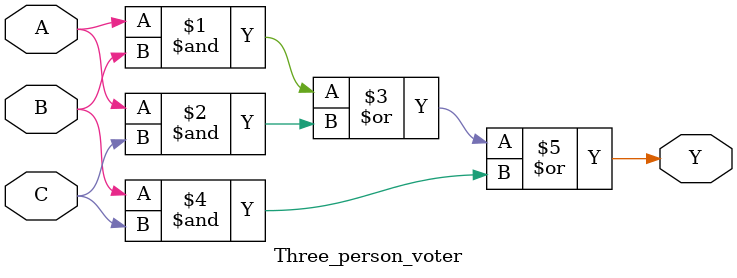
<source format=v>
`timescale 1ns / 1ps
module Three_person_voter(
    input A,
    input B,
    input C,
    output Y
    );

	assign Y=(A&B)|(A&C)|(B&C);

endmodule

</source>
